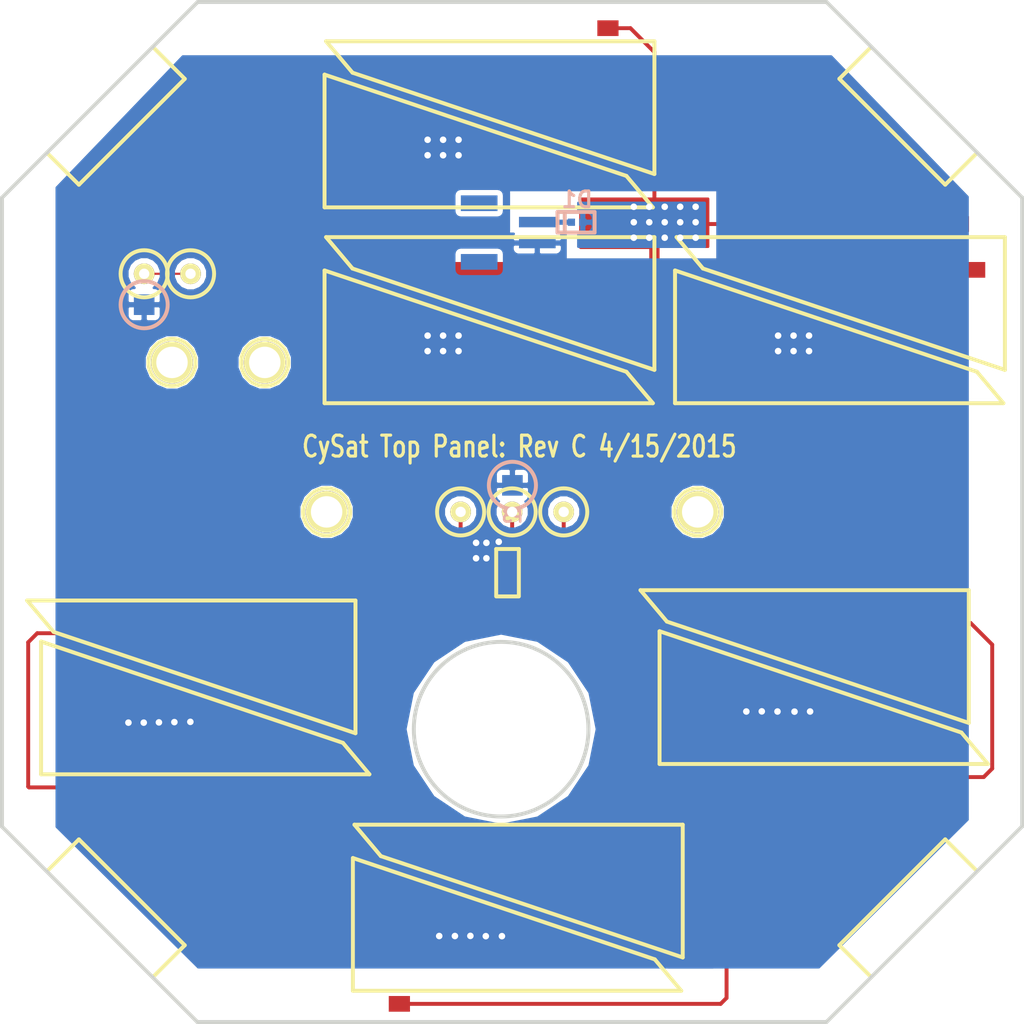
<source format=kicad_pcb>
(kicad_pcb (version 4) (host pcbnew "(after 2015-mar-04 BZR unknown)-product")

  (general
    (links 26)
    (no_connects 0)
    (area 69.631559 67.881499 170.757829 173.418501)
    (thickness 1.6002)
    (drawings 75)
    (tracks 185)
    (zones 0)
    (modules 26)
    (nets 14)
  )

  (page A4)
  (title_block
    (date "4 apr 2015")
  )

  (layers
    (0 Front signal)
    (31 Back signal)
    (32 B.Adhes user)
    (33 F.Adhes user)
    (34 B.Paste user)
    (35 F.Paste user)
    (36 B.SilkS user)
    (37 F.SilkS user)
    (38 B.Mask user)
    (39 F.Mask user)
    (40 Dwgs.User user hide)
    (41 Cmts.User user)
    (42 Eco1.User user)
    (43 Eco2.User user)
    (44 Edge.Cuts user)
  )

  (setup
    (last_trace_width 0.2032)
    (trace_clearance 0.254)
    (zone_clearance 0.508)
    (zone_45_only no)
    (trace_min 0.2032)
    (segment_width 0.381)
    (edge_width 0.381)
    (via_size 0.889)
    (via_drill 0.635)
    (via_min_size 0.889)
    (via_min_drill 0.508)
    (uvia_size 0.508)
    (uvia_drill 0.127)
    (uvias_allowed no)
    (uvia_min_size 0.508)
    (uvia_min_drill 0.127)
    (pcb_text_width 0.3048)
    (pcb_text_size 1.524 2.032)
    (mod_edge_width 0.381)
    (mod_text_size 1.524 1.524)
    (mod_text_width 0.3048)
    (pad_size 4.064 4.064)
    (pad_drill 3.048)
    (pad_to_mask_clearance 0.254)
    (aux_axis_origin 0 0)
    (visible_elements 7FFFFF3F)
    (pcbplotparams
      (layerselection 0x010f0_80000001)
      (usegerberextensions true)
      (excludeedgelayer false)
      (linewidth 0.150000)
      (plotframeref false)
      (viasonmask false)
      (mode 1)
      (useauxorigin false)
      (hpglpennumber 1)
      (hpglpenspeed 20)
      (hpglpendiameter 15)
      (hpglpenoverlay 0)
      (psnegative false)
      (psa4output false)
      (plotreference true)
      (plotvalue true)
      (plotinvisibletext false)
      (padsonsilk false)
      (subtractmaskfromsilk false)
      (outputformat 1)
      (mirror false)
      (drillshape 0)
      (scaleselection 1)
      (outputdirectory Gerbers/))
  )

  (net 0 "")
  (net 1 /Plus)
  (net 2 GND)
  (net 3 N-000001)
  (net 4 N-0000010)
  (net 5 N-0000011)
  (net 6 N-0000013)
  (net 7 N-000002)
  (net 8 N-000003)
  (net 9 N-000004)
  (net 10 N-000005)
  (net 11 N-000007)
  (net 12 N-000008)
  (net 13 N-000009)

  (net_class Default "This is the default net class."
    (clearance 0.254)
    (trace_width 0.2032)
    (via_dia 0.889)
    (via_drill 0.635)
    (uvia_dia 0.508)
    (uvia_drill 0.127)
    (add_net GND)
    (add_net N-0000010)
    (add_net N-0000011)
    (add_net N-0000013)
  )

  (net_class MainPower ""
    (clearance 0.254)
    (trace_width 0.5)
    (via_dia 0.889)
    (via_drill 0.635)
    (uvia_dia 0.508)
    (uvia_drill 0.127)
    (add_net N-000007)
  )

  (net_class RF ""
    (clearance 0.254)
    (trace_width 0.381)
    (via_dia 0.889)
    (via_drill 0.635)
    (uvia_dia 0.508)
    (uvia_drill 0.127)
    (add_net N-000003)
    (add_net N-000004)
    (add_net N-000005)
  )

  (net_class inter-cell ""
    (clearance 0.254)
    (trace_width 0.381)
    (via_dia 0.889)
    (via_drill 0.635)
    (uvia_dia 0.508)
    (uvia_drill 0.127)
    (add_net /Plus)
    (add_net N-000001)
    (add_net N-000002)
    (add_net N-000008)
    (add_net N-000009)
  )

  (module CONN_JST_2_SMD (layer Back) (tedit 507B7C54) (tstamp 507B7333)
    (at 116.5 91 270)
    (path /4F7622C7)
    (fp_text reference P1 (at 0 -12.7 270) (layer B.SilkS) hide
      (effects (font (thickness 0.3048)) (justify mirror))
    )
    (fp_text value CONN_2 (at 0 -10.16 270) (layer B.SilkS) hide
      (effects (font (thickness 0.3048)) (justify mirror))
    )
    (pad 2 smd rect (at -1.016 -5.6388 270) (size 1.016 3.556) (layers Back B.Paste B.Mask)
      (net 11 N-000007))
    (pad 1 smd rect (at 1.016 -5.6388 270) (size 1.016 3.556) (layers Back B.Paste B.Mask)
      (net 2 GND))
    (pad 3 smd rect (at 2.8448 0 270) (size 1.524 3.556) (layers Back B.Paste B.Mask))
    (pad 4 smd rect (at -2.8448 0 270) (size 1.524 3.556) (layers Back B.Paste B.Mask))
    (model conn-mis\jst-2-smd.wrl
      (at (xyz 0 0 0))
      (scale (xyz 1 1 1))
      (rotate (xyz 0 0 0))
    )
  )

  (module 1pin (layer Front) (tedit 507B8103) (tstamp 507B80EA)
    (at 86.70036 103.59898)
    (descr "module 1 pin (ou trou mecanique de percage)")
    (tags DEV)
    (path 1pin)
    (fp_text reference 1PIN (at 0 -3.048) (layer F.SilkS) hide
      (effects (font (size 1.016 1.016) (thickness 0.254)))
    )
    (fp_text value P*** (at 0 2.794) (layer F.SilkS) hide
      (effects (font (size 1.016 1.016) (thickness 0.254)))
    )
    (fp_circle (center 0 0) (end 0 -2.286) (layer F.SilkS) (width 0.381))
    (pad 1 thru_hole circle (at 0 0) (size 4.064 4.064) (drill 3.048) (layers *.Cu *.Mask F.SilkS))
  )

  (module 1pin (layer Front) (tedit 507B8108) (tstamp 507B80EF)
    (at 95.69958 103.59898)
    (descr "module 1 pin (ou trou mecanique de percage)")
    (tags DEV)
    (path 1pin)
    (fp_text reference 1PIN (at 0 -3.048) (layer F.SilkS) hide
      (effects (font (size 1.016 1.016) (thickness 0.254)))
    )
    (fp_text value P*** (at 0 2.794) (layer F.SilkS) hide
      (effects (font (size 1.016 1.016) (thickness 0.254)))
    )
    (fp_circle (center 0 0) (end 0 -2.286) (layer F.SilkS) (width 0.381))
    (pad 1 thru_hole circle (at 0 0) (size 4.064 4.064) (drill 3.048) (layers *.Cu *.Mask F.SilkS))
    (model 3D/MonopoleMount.wrl
      (at (xyz 0 0 0))
      (scale (xyz 0.3937 0.3937 0.3937))
      (rotate (xyz 0 0 180))
    )
  )

  (module 1pin (layer Front) (tedit 5082DD55) (tstamp 51D20173)
    (at 101.7 118.1)
    (descr "module 1 pin (ou trou mecanique de percage)")
    (tags DEV)
    (path 1pin)
    (fp_text reference 1PIN (at 0 -3.048) (layer F.SilkS) hide
      (effects (font (size 1.016 1.016) (thickness 0.254)))
    )
    (fp_text value P*** (at 0 2.794) (layer F.SilkS) hide
      (effects (font (size 1.016 1.016) (thickness 0.254)))
    )
    (fp_circle (center 0 0) (end 0 -2.286) (layer F.SilkS) (width 0.381))
    (pad 1 thru_hole circle (at 0 0) (size 4.064 4.064) (drill 3.048) (layers *.Cu *.Mask F.SilkS))
    (model 3D/DipoleMount.wrl
      (at (xyz 0 0 0))
      (scale (xyz 0.3937 0.3937 0.3937))
      (rotate (xyz 0 0 180))
    )
  )

  (module 1pin (layer Front) (tedit 5082E2A5) (tstamp 5082DCC1)
    (at 137.7 118.1)
    (descr "module 1 pin (ou trou mecanique de percage)")
    (tags DEV)
    (path 1pin)
    (fp_text reference 1PIN (at 0 -3.048) (layer F.SilkS) hide
      (effects (font (size 1.016 1.016) (thickness 0.254)))
    )
    (fp_text value P*** (at 0 2.794) (layer F.SilkS) hide
      (effects (font (size 1.016 1.016) (thickness 0.254)))
    )
    (fp_circle (center 0 0) (end 0 -2.286) (layer F.SilkS) (width 0.381))
    (pad 1 thru_hole circle (at 0 0) (size 4.064 4.064) (drill 3.048) (layers *.Cu *.Mask F.SilkS))
    (model 3D/DipoleMount.wrl
      (at (xyz 0 0 0))
      (scale (xyz 0.3937 0.3937 0.3937))
      (rotate (xyz 0 0 0))
    )
  )

  (module DFN1006 (layer Back) (tedit 5085761B) (tstamp 5085A08D)
    (at 126 90 180)
    (path /5085A062)
    (fp_text reference D1 (at 0 2.19964 180) (layer B.SilkS)
      (effects (font (thickness 0.3048)) (justify mirror))
    )
    (fp_text value DIODE (at 0 -2.4003 180) (layer B.SilkS) hide
      (effects (font (thickness 0.3048)) (justify mirror))
    )
    (fp_line (start -1.19888 1.00076) (end -1.69926 1.00076) (layer B.SilkS) (width 0.381))
    (fp_line (start -1.69926 1.00076) (end -1.69926 -1.00076) (layer B.SilkS) (width 0.381))
    (fp_line (start -1.69926 -1.00076) (end -1.30048 -1.00076) (layer B.SilkS) (width 0.381))
    (fp_line (start 1.19888 1.00076) (end 1.89992 1.00076) (layer B.SilkS) (width 0.381))
    (fp_line (start 1.89992 1.00076) (end 1.89992 -0.89916) (layer B.SilkS) (width 0.381))
    (fp_line (start 1.89992 -0.89916) (end 1.89992 -1.00076) (layer B.SilkS) (width 0.381))
    (fp_line (start 1.89992 -1.00076) (end 1.09982 -1.00076) (layer B.SilkS) (width 0.381))
    (fp_line (start -1.19888 1.00076) (end 1.19888 1.00076) (layer B.SilkS) (width 0.381))
    (fp_line (start 1.19888 1.00076) (end 1.19888 -0.89916) (layer B.SilkS) (width 0.381))
    (fp_line (start 1.19888 -0.89916) (end 1.19888 -1.00076) (layer B.SilkS) (width 0.381))
    (fp_line (start 1.19888 -1.00076) (end -1.19888 -1.00076) (layer B.SilkS) (width 0.381))
    (pad 1 smd rect (at -0.55118 0 180) (size 0.70104 0.70104) (layers Back B.Paste B.Mask)
      (net 1 /Plus))
    (pad 2 smd rect (at 0.55118 0 180) (size 0.70104 0.70104) (layers Back B.Paste B.Mask)
      (net 11 N-000007))
  )

  (module 1pin (layer Front) (tedit 508CBC47) (tstamp 508C2255)
    (at 119.70004 118.09984)
    (descr "module 1 pin (ou trou mecanique de percage)")
    (tags DEV)
    (path /508C2011)
    (fp_text reference P2 (at 0 -3.048) (layer F.SilkS) hide
      (effects (font (size 1.016 1.016) (thickness 0.254)))
    )
    (fp_text value CONN_1 (at 0 2.794) (layer F.SilkS) hide
      (effects (font (size 1.016 1.016) (thickness 0.254)))
    )
    (fp_circle (center 0 0) (end 0 -2.286) (layer F.SilkS) (width 0.381))
    (pad 1 thru_hole circle (at 0 0) (size 1.99898 1.99898) (drill 1.00076) (layers *.Cu *.Mask F.SilkS)
      (net 10 N-000005))
  )

  (module 1pin (layer Front) (tedit 508CBC4B) (tstamp 508C2259)
    (at 124.7013 118.09984)
    (descr "module 1 pin (ou trou mecanique de percage)")
    (tags DEV)
    (path /508C201B)
    (fp_text reference P4 (at 0 -3.048) (layer F.SilkS) hide
      (effects (font (size 1.016 1.016) (thickness 0.254)))
    )
    (fp_text value CONN_1 (at 0 2.794) (layer F.SilkS) hide
      (effects (font (size 1.016 1.016) (thickness 0.254)))
    )
    (fp_circle (center 0 0) (end 0 -2.286) (layer F.SilkS) (width 0.381))
    (pad 1 thru_hole circle (at 0 0) (size 1.99898 1.99898) (drill 1.00076) (layers *.Cu *.Mask F.SilkS)
      (net 8 N-000003))
  )

  (module 1pin (layer Front) (tedit 508CBC41) (tstamp 508C225B)
    (at 114.70132 118.09984)
    (descr "module 1 pin (ou trou mecanique de percage)")
    (tags DEV)
    (path /508C201D)
    (fp_text reference P5 (at 0 -3.048) (layer F.SilkS) hide
      (effects (font (size 1.016 1.016) (thickness 0.254)))
    )
    (fp_text value CONN_1 (at 0 2.794) (layer F.SilkS) hide
      (effects (font (size 1.016 1.016) (thickness 0.254)))
    )
    (fp_circle (center 0 0) (end 0 -2.286) (layer F.SilkS) (width 0.381))
    (pad 1 thru_hole circle (at 0 0) (size 1.99898 1.99898) (drill 1.00076) (layers *.Cu *.Mask F.SilkS)
      (net 9 N-000004))
  )

  (module 1pin (layer Front) (tedit 508CBD90) (tstamp 508CBD60)
    (at 84 95)
    (descr "module 1 pin (ou trou mecanique de percage)")
    (tags DEV)
    (path /508CBD41)
    (fp_text reference P6 (at 0 -3.048) (layer F.SilkS) hide
      (effects (font (size 1.016 1.016) (thickness 0.254)))
    )
    (fp_text value CONN_1 (at 0 2.794) (layer F.SilkS) hide
      (effects (font (size 1.016 1.016) (thickness 0.254)))
    )
    (fp_circle (center 0 0) (end 0 -2.286) (layer F.SilkS) (width 0.381))
    (pad 1 thru_hole circle (at 0 0) (size 1.99898 1.99898) (drill 1.00076) (layers *.Cu *.Mask F.SilkS)
      (net 6 N-0000013))
  )

  (module 1pin (layer Front) (tedit 508CC188) (tstamp 508CBD62)
    (at 88.5 95)
    (descr "module 1 pin (ou trou mecanique de percage)")
    (tags DEV)
    (path /508CBD3D)
    (fp_text reference P7 (at 0 -3.048) (layer F.SilkS) hide
      (effects (font (size 1.016 1.016) (thickness 0.254)))
    )
    (fp_text value CONN_1 (at 0 2.794) (layer F.SilkS) hide
      (effects (font (size 1.016 1.016) (thickness 0.254)))
    )
    (fp_circle (center 0 0) (end 0 -2.286) (layer F.SilkS) (width 0.381))
    (pad 1 thru_hole circle (at 0 0) (size 1.99898 1.99898) (drill 1.00076) (layers *.Cu *.Mask F.SilkS)
      (net 6 N-0000013))
  )

  (module 1pin (layer Back) (tedit 50D111F6) (tstamp 508CBE12)
    (at 84 98)
    (descr "module 1 pin (ou trou mecanique de percage)")
    (tags DEV)
    (path /508CBDE5)
    (fp_text reference P8 (at 0 3.048) (layer B.SilkS) hide
      (effects (font (size 1.016 1.016) (thickness 0.254)) (justify mirror))
    )
    (fp_text value CONN_1 (at 0 -2.794) (layer B.SilkS) hide
      (effects (font (size 1.016 1.016) (thickness 0.254)) (justify mirror))
    )
    (fp_circle (center 0 0) (end 0 2.286) (layer B.SilkS) (width 0.381))
    (pad 1 smd rect (at 0 0) (size 1.99898 1.99898) (layers Back B.Paste B.Mask)
      (net 2 GND))
  )

  (module ATB2012 (layer Front) (tedit 508CC1E5) (tstamp 508C2254)
    (at 119.25046 124.00026 270)
    (path /508C21AE)
    (fp_text reference BAL1 (at 0 2.60096 270) (layer F.SilkS) hide
      (effects (font (thickness 0.3048)))
    )
    (fp_text value ATB2012 (at 0 -2.10058 270) (layer F.SilkS) hide
      (effects (font (thickness 0.3048)))
    )
    (fp_line (start -2.30124 -1.09982) (end 2.19964 -1.09982) (layer F.SilkS) (width 0.381))
    (fp_line (start 2.2987 -1.09982) (end 2.2987 1.09982) (layer F.SilkS) (width 0.381))
    (fp_line (start 2.19964 1.09982) (end -2.30124 1.09982) (layer F.SilkS) (width 0.381))
    (fp_line (start -2.30124 1.09982) (end -2.30124 -1.09982) (layer F.SilkS) (width 0.381))
    (pad 1 smd rect (at -1.34874 -0.42418 270) (size 0.7493 0.35052) (layers Front F.Paste F.Mask)
      (net 10 N-000005))
    (pad 2 smd rect (at -1.34874 0.42418 270) (size 0.7493 0.35052) (layers Front F.Paste F.Mask)
      (net 2 GND))
    (pad 3 smd rect (at 1.34874 0.42418 270) (size 0.7493 0.35052) (layers Front F.Paste F.Mask)
      (net 9 N-000004))
    (pad 4 smd rect (at 1.34874 -0.42418 270) (size 0.7493 0.35052) (layers Front F.Paste F.Mask)
      (net 8 N-000003))
  )

  (module 1pin (layer Back) (tedit 50D11290) (tstamp 50D1108F)
    (at 119.72544 115.52428)
    (descr "module 1 pin (ou trou mecanique de percage)")
    (tags DEV)
    (path /508C2014)
    (fp_text reference P3 (at 0 3.048) (layer B.SilkS)
      (effects (font (size 1.016 1.016) (thickness 0.254)) (justify mirror))
    )
    (fp_text value CONN_1 (at 0 -2.794) (layer B.SilkS) hide
      (effects (font (size 1.016 1.016) (thickness 0.254)) (justify mirror))
    )
    (fp_circle (center 0 0) (end 0 2.286) (layer B.SilkS) (width 0.381))
    (pad 1 smd rect (at 0 0) (size 1.99898 1.99898) (layers Back B.Paste B.Mask)
      (net 2 GND))
  )

  (module SPECTROLAB_TASC2 (layer Front) (tedit 51D350D6) (tstamp 507CBB8D)
    (at 104.5 126.75 90)
    (path /507B71E3)
    (solder_paste_ratio -0.5)
    (fp_text reference S12 (at -6.1 1.4 90) (layer F.SilkS) hide
      (effects (font (thickness 0.3048)))
    )
    (fp_text value SOLARCELL (at 1.6 -16 180) (layer F.SilkS) hide
      (effects (font (thickness 0.3048)))
    )
    (fp_line (start -12.82212 0) (end -2.99232 -29.2862) (layer F.SilkS) (width 0.381))
    (fp_line (start -2.99232 -29.2862) (end 0.05568 -31.8516) (layer F.SilkS) (width 0.381))
    (fp_line (start -12.82212 0) (end 0.05568 0) (layer F.SilkS) (width 0.381))
    (fp_line (start 0.05568 0) (end 0.05568 -31.8516) (layer F.SilkS) (width 0.381))
    (pad 1 smd rect (at 1.32568 -4.5085 270) (size 1.524 2.0574) (layers Front F.Paste F.Mask)
      (net 1 /Plus))
    (pad 2 smd rect (at -3.11932 -11.43 270) (size 1.524 19.05) (layers Front F.Paste F.Mask)
      (net 7 N-000002))
    (model 3D/Spectrolab_TASC2.wrl
      (at (xyz 0 0 0))
      (scale (xyz 0.3937 0.3937 0.3937))
      (rotate (xyz 0 0 0))
    )
  )

  (module SPECTROLAB_TASC2 (layer Front) (tedit 51D350D6) (tstamp 507CBB8B)
    (at 74 143.5 270)
    (path /507B71BB)
    (solder_paste_ratio -0.5)
    (fp_text reference S11 (at -6.1 1.4 270) (layer F.SilkS) hide
      (effects (font (thickness 0.3048)))
    )
    (fp_text value SOLARCELL (at 1.6 -16 360) (layer F.SilkS) hide
      (effects (font (thickness 0.3048)))
    )
    (fp_line (start -12.82212 0) (end -2.99232 -29.2862) (layer F.SilkS) (width 0.381))
    (fp_line (start -2.99232 -29.2862) (end 0.05568 -31.8516) (layer F.SilkS) (width 0.381))
    (fp_line (start -12.82212 0) (end 0.05568 0) (layer F.SilkS) (width 0.381))
    (fp_line (start 0.05568 0) (end 0.05568 -31.8516) (layer F.SilkS) (width 0.381))
    (pad 1 smd rect (at 1.32568 -4.5085 90) (size 1.524 2.0574) (layers Front F.Paste F.Mask)
      (net 7 N-000002))
    (pad 2 smd rect (at -3.11932 -11.43 90) (size 1.524 19.05) (layers Front F.Paste F.Mask)
      (net 2 GND))
    (model 3D/Spectrolab_TASC2.wrl
      (at (xyz 0 0 0))
      (scale (xyz 0.3937 0.3937 0.3937))
      (rotate (xyz 0 0 0))
    )
  )

  (module SPECTROLAB_TASC2 (layer Front) (tedit 51D350D6) (tstamp 507CBB89)
    (at 136.25 148.5 90)
    (path /50706E4F)
    (solder_paste_ratio -0.5)
    (fp_text reference S10 (at -6.1 1.4 90) (layer F.SilkS) hide
      (effects (font (thickness 0.3048)))
    )
    (fp_text value SOLARCELL (at 1.6 -16 180) (layer F.SilkS) hide
      (effects (font (thickness 0.3048)))
    )
    (fp_line (start -12.82212 0) (end -2.99232 -29.2862) (layer F.SilkS) (width 0.381))
    (fp_line (start -2.99232 -29.2862) (end 0.05568 -31.8516) (layer F.SilkS) (width 0.381))
    (fp_line (start -12.82212 0) (end 0.05568 0) (layer F.SilkS) (width 0.381))
    (fp_line (start 0.05568 0) (end 0.05568 -31.8516) (layer F.SilkS) (width 0.381))
    (pad 1 smd rect (at 1.32568 -4.5085 270) (size 1.524 2.0574) (layers Front F.Paste F.Mask)
      (net 1 /Plus))
    (pad 2 smd rect (at -3.11932 -11.43 270) (size 1.524 19.05) (layers Front F.Paste F.Mask)
      (net 12 N-000008))
    (model 3D/Spectrolab_TASC2.wrl
      (at (xyz 0 0 0))
      (scale (xyz 0.3937 0.3937 0.3937))
      (rotate (xyz 0 0 0))
    )
  )

  (module SPECTROLAB_TASC2 (layer Front) (tedit 51D350D6) (tstamp 52B6DF56)
    (at 104.25 164.5 270)
    (path /50706E46)
    (solder_paste_ratio -0.5)
    (fp_text reference S9 (at -6.1 1.4 270) (layer F.SilkS) hide
      (effects (font (thickness 0.3048)))
    )
    (fp_text value SOLARCELL (at 1.6 -16 360) (layer F.SilkS) hide
      (effects (font (thickness 0.3048)))
    )
    (fp_line (start -12.82212 0) (end -2.99232 -29.2862) (layer F.SilkS) (width 0.381))
    (fp_line (start -2.99232 -29.2862) (end 0.05568 -31.8516) (layer F.SilkS) (width 0.381))
    (fp_line (start -12.82212 0) (end 0.05568 0) (layer F.SilkS) (width 0.381))
    (fp_line (start 0.05568 0) (end 0.05568 -31.8516) (layer F.SilkS) (width 0.381))
    (pad 1 smd rect (at 1.32568 -4.5085 90) (size 1.524 2.0574) (layers Front F.Paste F.Mask)
      (net 12 N-000008))
    (pad 2 smd rect (at -3.11932 -11.43 90) (size 1.524 19.05) (layers Front F.Paste F.Mask)
      (net 2 GND))
    (model 3D/Spectrolab_TASC2.wrl
      (at (xyz 0 0 0))
      (scale (xyz 0.3937 0.3937 0.3937))
      (rotate (xyz 0 0 0))
    )
  )

  (module SPECTROLAB_TASC2 (layer Front) (tedit 51D350D6) (tstamp 507CBB85)
    (at 164 125.75 90)
    (path /507B7135)
    (solder_paste_ratio -0.5)
    (fp_text reference S8 (at -6.1 1.4 90) (layer F.SilkS) hide
      (effects (font (thickness 0.3048)))
    )
    (fp_text value SOLARCELL (at 1.6 -16 180) (layer F.SilkS) hide
      (effects (font (thickness 0.3048)))
    )
    (fp_line (start -12.82212 0) (end -2.99232 -29.2862) (layer F.SilkS) (width 0.381))
    (fp_line (start -2.99232 -29.2862) (end 0.05568 -31.8516) (layer F.SilkS) (width 0.381))
    (fp_line (start -12.82212 0) (end 0.05568 0) (layer F.SilkS) (width 0.381))
    (fp_line (start 0.05568 0) (end 0.05568 -31.8516) (layer F.SilkS) (width 0.381))
    (pad 1 smd rect (at 1.32568 -4.5085 270) (size 1.524 2.0574) (layers Front F.Paste F.Mask)
      (net 1 /Plus))
    (pad 2 smd rect (at -3.11932 -11.43 270) (size 1.524 19.05) (layers Front F.Paste F.Mask)
      (net 13 N-000009))
    (model 3D/Spectrolab_TASC2.wrl
      (at (xyz 0 0 0))
      (scale (xyz 0.3937 0.3937 0.3937))
      (rotate (xyz 0 0 0))
    )
  )

  (module SPECTROLAB_TASC2 (layer Front) (tedit 51D350D6) (tstamp 507CBB83)
    (at 134 142.5 270)
    (path /507B712C)
    (solder_paste_ratio -0.5)
    (fp_text reference S7 (at -6.1 1.4 270) (layer F.SilkS) hide
      (effects (font (thickness 0.3048)))
    )
    (fp_text value SOLARCELL (at 1.6 -16 360) (layer F.SilkS) hide
      (effects (font (thickness 0.3048)))
    )
    (fp_line (start -12.82212 0) (end -2.99232 -29.2862) (layer F.SilkS) (width 0.381))
    (fp_line (start -2.99232 -29.2862) (end 0.05568 -31.8516) (layer F.SilkS) (width 0.381))
    (fp_line (start -12.82212 0) (end 0.05568 0) (layer F.SilkS) (width 0.381))
    (fp_line (start 0.05568 0) (end 0.05568 -31.8516) (layer F.SilkS) (width 0.381))
    (pad 1 smd rect (at 1.32568 -4.5085 90) (size 1.524 2.0574) (layers Front F.Paste F.Mask)
      (net 13 N-000009))
    (pad 2 smd rect (at -3.11932 -11.43 90) (size 1.524 19.05) (layers Front F.Paste F.Mask)
      (net 2 GND))
    (model 3D/Spectrolab_TASC2.wrl
      (at (xyz 0 0 0))
      (scale (xyz 0.3937 0.3937 0.3937))
      (rotate (xyz 0 0 0))
    )
  )

  (module SPECTROLAB_TASC2 (layer Front) (tedit 51D350D6) (tstamp 507CBB81)
    (at 167.5 91.5 90)
    (path /507B7142)
    (solder_paste_ratio -0.5)
    (fp_text reference S6 (at -6.1 1.4 90) (layer F.SilkS) hide
      (effects (font (thickness 0.3048)))
    )
    (fp_text value SOLARCELL (at 1.6 -16 180) (layer F.SilkS) hide
      (effects (font (thickness 0.3048)))
    )
    (fp_line (start -12.82212 0) (end -2.99232 -29.2862) (layer F.SilkS) (width 0.381))
    (fp_line (start -2.99232 -29.2862) (end 0.05568 -31.8516) (layer F.SilkS) (width 0.381))
    (fp_line (start -12.82212 0) (end 0.05568 0) (layer F.SilkS) (width 0.381))
    (fp_line (start 0.05568 0) (end 0.05568 -31.8516) (layer F.SilkS) (width 0.381))
    (pad 1 smd rect (at 1.32568 -4.5085 270) (size 1.524 2.0574) (layers Front F.Paste F.Mask)
      (net 1 /Plus))
    (pad 2 smd rect (at -3.11932 -11.43 270) (size 1.524 19.05) (layers Front F.Paste F.Mask)
      (net 4 N-0000010))
    (model 3D/Spectrolab_TASC2.wrl
      (at (xyz 0 0 0))
      (scale (xyz 0.3937 0.3937 0.3937))
      (rotate (xyz 0 0 0))
    )
  )

  (module SPECTROLAB_TASC2 (layer Front) (tedit 51D350D6) (tstamp 507CBB7F)
    (at 135.5 107.5 270)
    (path /507B713B)
    (solder_paste_ratio -0.5)
    (fp_text reference S5 (at -6.1 1.4 270) (layer F.SilkS) hide
      (effects (font (thickness 0.3048)))
    )
    (fp_text value SOLARCELL (at 1.6 -16 360) (layer F.SilkS) hide
      (effects (font (thickness 0.3048)))
    )
    (fp_line (start -12.82212 0) (end -2.99232 -29.2862) (layer F.SilkS) (width 0.381))
    (fp_line (start -2.99232 -29.2862) (end 0.05568 -31.8516) (layer F.SilkS) (width 0.381))
    (fp_line (start -12.82212 0) (end 0.05568 0) (layer F.SilkS) (width 0.381))
    (fp_line (start 0.05568 0) (end 0.05568 -31.8516) (layer F.SilkS) (width 0.381))
    (pad 1 smd rect (at 1.32568 -4.5085 90) (size 1.524 2.0574) (layers Front F.Paste F.Mask)
      (net 4 N-0000010))
    (pad 2 smd rect (at -3.11932 -11.43 90) (size 1.524 19.05) (layers Front F.Paste F.Mask)
      (net 2 GND))
    (model 3D/Spectrolab_TASC2.wrl
      (at (xyz 0 0 0))
      (scale (xyz 0.3937 0.3937 0.3937))
      (rotate (xyz 0 0 0))
    )
  )

  (module SPECTROLAB_TASC2 (layer Front) (tedit 51D350D6) (tstamp 507CBB7D)
    (at 133.5 72.5 90)
    (path /507B7159)
    (solder_paste_ratio -0.5)
    (fp_text reference S4 (at -6.1 1.4 90) (layer F.SilkS) hide
      (effects (font (thickness 0.3048)))
    )
    (fp_text value SOLARCELL (at 1.6 -16 180) (layer F.SilkS) hide
      (effects (font (thickness 0.3048)))
    )
    (fp_line (start -12.82212 0) (end -2.99232 -29.2862) (layer F.SilkS) (width 0.381))
    (fp_line (start -2.99232 -29.2862) (end 0.05568 -31.8516) (layer F.SilkS) (width 0.381))
    (fp_line (start -12.82212 0) (end 0.05568 0) (layer F.SilkS) (width 0.381))
    (fp_line (start 0.05568 0) (end 0.05568 -31.8516) (layer F.SilkS) (width 0.381))
    (pad 1 smd rect (at 1.32568 -4.5085 270) (size 1.524 2.0574) (layers Front F.Paste F.Mask)
      (net 1 /Plus))
    (pad 2 smd rect (at -3.11932 -11.43 270) (size 1.524 19.05) (layers Front F.Paste F.Mask)
      (net 5 N-0000011))
    (model 3D/Spectrolab_TASC2.wrl
      (at (xyz 0 0 0))
      (scale (xyz 0.3937 0.3937 0.3937))
      (rotate (xyz 0 0 0))
    )
  )

  (module SPECTROLAB_TASC2 (layer Front) (tedit 51D350D6) (tstamp 507CBB7B)
    (at 101.5 88.5 270)
    (path /507B7147)
    (solder_paste_ratio -0.5)
    (fp_text reference S3 (at -6.1 1.4 270) (layer F.SilkS) hide
      (effects (font (thickness 0.3048)))
    )
    (fp_text value SOLARCELL (at 1.6 -16 360) (layer F.SilkS) hide
      (effects (font (thickness 0.3048)))
    )
    (fp_line (start -12.82212 0) (end -2.99232 -29.2862) (layer F.SilkS) (width 0.381))
    (fp_line (start -2.99232 -29.2862) (end 0.05568 -31.8516) (layer F.SilkS) (width 0.381))
    (fp_line (start -12.82212 0) (end 0.05568 0) (layer F.SilkS) (width 0.381))
    (fp_line (start 0.05568 0) (end 0.05568 -31.8516) (layer F.SilkS) (width 0.381))
    (pad 1 smd rect (at 1.32568 -4.5085 90) (size 1.524 2.0574) (layers Front F.Paste F.Mask)
      (net 5 N-0000011))
    (pad 2 smd rect (at -3.11932 -11.43 90) (size 1.524 19.05) (layers Front F.Paste F.Mask)
      (net 2 GND))
    (model 3D/Spectrolab_TASC2.wrl
      (at (xyz 0 0 0))
      (scale (xyz 0.3937 0.3937 0.3937))
      (rotate (xyz 0 0 0))
    )
  )

  (module SPECTROLAB_TASC2 (layer Front) (tedit 51D350D6) (tstamp 507CBB79)
    (at 133.5 91.5 90)
    (path /507B7163)
    (solder_paste_ratio -0.5)
    (fp_text reference S2 (at -6.1 1.4 90) (layer F.SilkS) hide
      (effects (font (thickness 0.3048)))
    )
    (fp_text value SOLARCELL (at 1.6 -16 180) (layer F.SilkS) hide
      (effects (font (thickness 0.3048)))
    )
    (fp_line (start -12.82212 0) (end -2.99232 -29.2862) (layer F.SilkS) (width 0.381))
    (fp_line (start -2.99232 -29.2862) (end 0.05568 -31.8516) (layer F.SilkS) (width 0.381))
    (fp_line (start -12.82212 0) (end 0.05568 0) (layer F.SilkS) (width 0.381))
    (fp_line (start 0.05568 0) (end 0.05568 -31.8516) (layer F.SilkS) (width 0.381))
    (pad 1 smd rect (at 1.32568 -4.5085 270) (size 1.524 2.0574) (layers Front F.Paste F.Mask)
      (net 1 /Plus))
    (pad 2 smd rect (at -3.11932 -11.43 270) (size 1.524 19.05) (layers Front F.Paste F.Mask)
      (net 3 N-000001))
    (model 3D/Spectrolab_TASC2.wrl
      (at (xyz 0 0 0))
      (scale (xyz 0.3937 0.3937 0.3937))
      (rotate (xyz 0 0 0))
    )
  )

  (module SPECTROLAB_TASC2 (layer Front) (tedit 51D350D6) (tstamp 507CBB77)
    (at 101.5 107.5 270)
    (path /507B715E)
    (solder_paste_ratio -0.5)
    (fp_text reference S1 (at -6.1 1.4 270) (layer F.SilkS) hide
      (effects (font (thickness 0.3048)))
    )
    (fp_text value SOLARCELL (at 1.6 -16 360) (layer F.SilkS) hide
      (effects (font (thickness 0.3048)))
    )
    (fp_line (start -12.82212 0) (end -2.99232 -29.2862) (layer F.SilkS) (width 0.381))
    (fp_line (start -2.99232 -29.2862) (end 0.05568 -31.8516) (layer F.SilkS) (width 0.381))
    (fp_line (start -12.82212 0) (end 0.05568 0) (layer F.SilkS) (width 0.381))
    (fp_line (start 0.05568 0) (end 0.05568 -31.8516) (layer F.SilkS) (width 0.381))
    (pad 1 smd rect (at 1.32568 -4.5085 90) (size 1.524 2.0574) (layers Front F.Paste F.Mask)
      (net 3 N-000001))
    (pad 2 smd rect (at -3.11932 -11.43 90) (size 1.524 19.05) (layers Front F.Paste F.Mask)
      (net 2 GND))
    (model 3D/Spectrolab_TASC2.wrl
      (at (xyz 0 0 0))
      (scale (xyz 0.3937 0.3937 0.3937))
      (rotate (xyz 0 0 0))
    )
  )

  (gr_text "CySat Top Panel: Rev C 4/15/2015" (at 120.396 111.76) (layer F.SilkS)
    (effects (font (size 2.032 1.524) (thickness 0.3048)))
  )
  (gr_line (start 150.1902 167.5892) (end 89.1667 167.5892) (angle 90) (layer Edge.Cuts) (width 0.381))
  (gr_line (start 89.1667 167.5892) (end 70.2056 148.6281) (angle 90) (layer Edge.Cuts) (width 0.381))
  (gr_line (start 150.1902 68.6308) (end 169.1767 87.6173) (angle 90) (layer Edge.Cuts) (width 0.381))
  (gr_line (start 70.2056 87.6173) (end 89.1921 68.6308) (angle 90) (layer Edge.Cuts) (width 0.381))
  (gr_line (start 169.1767 148.6027) (end 150.1902 167.5892) (angle 90) (layer Edge.Cuts) (width 0.381))
  (gr_line (start 169.1767 87.6173) (end 169.1767 148.6027) (angle 90) (layer Edge.Cuts) (width 0.381))
  (gr_line (start 89.1921 68.6308) (end 150.1902 68.6308) (angle 90) (layer Edge.Cuts) (width 0.381))
  (gr_line (start 70.2056 148.6281) (end 70.2056 87.6173) (angle 90) (layer Edge.Cuts) (width 0.381))
  (gr_circle (center 118.6307 139.1793) (end 110.1598 139.0396) (layer Edge.Cuts) (width 0.381))
  (gr_line (start 70.2056 173.228) (end 70.2183 173.228) (angle 90) (layer Dwgs.User) (width 0.381))
  (gr_line (start 169.18178 148.59762) (end 169.18178 148.59) (angle 90) (layer Edge.Cuts) (width 0.381))
  (gr_line (start 169.17162 87.60968) (end 169.17162 87.61984) (angle 90) (layer Edge.Cuts) (width 0.381))
  (gr_circle (center 119.70004 118.09984) (end 120.20042 117.59946) (layer Cmts.User) (width 0.381))
  (gr_line (start 87.93988 76.09078) (end 84.84108 72.99198) (angle 90) (layer F.SilkS) (width 0.381))
  (gr_line (start 77.67066 86.36) (end 87.93988 76.09078) (angle 90) (layer F.SilkS) (width 0.381))
  (gr_line (start 74.56932 83.25866) (end 77.67066 86.36) (angle 90) (layer F.SilkS) (width 0.381))
  (gr_line (start 161.71164 86.35746) (end 164.81044 83.25866) (angle 90) (layer F.SilkS) (width 0.381))
  (gr_line (start 151.44242 76.08824) (end 161.71164 86.35746) (angle 90) (layer F.SilkS) (width 0.381))
  (gr_line (start 154.54122 72.98944) (end 151.44242 76.08824) (angle 90) (layer F.SilkS) (width 0.381))
  (gr_line (start 161.71164 149.86508) (end 164.80536 152.9588) (angle 90) (layer F.SilkS) (width 0.381))
  (gr_line (start 151.43988 160.13684) (end 161.71164 149.86508) (angle 90) (layer F.SilkS) (width 0.381))
  (gr_line (start 154.54122 163.23818) (end 151.43988 160.13684) (angle 90) (layer F.SilkS) (width 0.381))
  (gr_line (start 77.67066 149.87016) (end 74.58202 152.9588) (angle 90) (layer F.SilkS) (width 0.381))
  (gr_line (start 87.93988 160.13938) (end 77.67066 149.87016) (angle 90) (layer F.SilkS) (width 0.381))
  (gr_line (start 84.84108 163.23818) (end 87.93988 160.13938) (angle 90) (layer F.SilkS) (width 0.381))
  (gr_line (start 161.05632 167.92956) (end 78.44536 167.92956) (angle 90) (layer Dwgs.User) (width 0.381))
  (gr_line (start 78.44536 167.92956) (end 78.44536 159.30626) (angle 90) (layer Dwgs.User) (width 0.381))
  (gr_line (start 78.44536 159.30626) (end 69.82206 159.30626) (angle 90) (layer Dwgs.User) (width 0.381))
  (gr_line (start 69.82206 159.30626) (end 69.82206 76.6953) (angle 90) (layer Dwgs.User) (width 0.381))
  (gr_line (start 69.82206 76.6953) (end 78.44536 76.6953) (angle 90) (layer Dwgs.User) (width 0.381))
  (gr_line (start 78.44536 76.6953) (end 78.44536 68.072) (angle 90) (layer Dwgs.User) (width 0.381))
  (gr_line (start 78.44536 68.072) (end 161.05632 68.072) (angle 90) (layer Dwgs.User) (width 0.381))
  (gr_line (start 161.05632 68.072) (end 161.05632 76.6953) (angle 90) (layer Dwgs.User) (width 0.381))
  (gr_line (start 161.05632 76.6953) (end 169.67962 76.6953) (angle 90) (layer Dwgs.User) (width 0.381))
  (gr_line (start 169.67962 76.6953) (end 169.67962 159.30626) (angle 90) (layer Dwgs.User) (width 0.381))
  (gr_line (start 169.67962 159.30626) (end 161.05632 159.30626) (angle 90) (layer Dwgs.User) (width 0.381))
  (gr_line (start 161.05632 159.30626) (end 161.05632 167.92956) (angle 90) (layer Dwgs.User) (width 0.381))
  (gr_circle (center 155.5242 82.22742) (end 158.69412 82.22742) (layer Dwgs.User) (width 0.381))
  (gr_circle (center 155.5242 153.77414) (end 158.69412 153.77414) (layer Dwgs.User) (width 0.381))
  (gr_circle (center 83.97748 153.77414) (end 87.1474 153.77414) (layer Dwgs.User) (width 0.381))
  (gr_circle (center 83.97748 82.22742) (end 87.1474 82.22742) (layer Dwgs.User) (width 0.381))
  (gr_arc (start 100.59162 124.76734) (end 104.66832 128.84658) (angle -64.4) (layer Dwgs.User) (width 0.381))
  (gr_arc (start 119.75084 118.00078) (end 106.02976 113.15446) (angle -38.9) (layer Dwgs.User) (width 0.381))
  (gr_arc (start 100.59162 111.23422) (end 106.02976 113.15446) (angle -64.4) (layer Dwgs.User) (width 0.381))
  (gr_line (start 90.6526 93.13926) (end 104.66832 107.15498) (angle 90) (layer Dwgs.User) (width 0.381))
  (gr_arc (start 86.57336 97.21596) (end 90.65006 93.13926) (angle -135) (layer Dwgs.User) (width 0.381))
  (gr_line (start 80.80756 138.7856) (end 80.80756 97.21596) (angle 90) (layer Dwgs.User) (width 0.381))
  (gr_arc (start 86.57336 138.7856) (end 80.80756 138.7856) (angle -135) (layer Dwgs.User) (width 0.381))
  (gr_line (start 104.66832 128.84658) (end 90.6526 142.8623) (angle 90) (layer Dwgs.User) (width 0.381))
  (gr_arc (start 152.92832 138.7856) (end 148.85162 142.8623) (angle -135) (layer Dwgs.User) (width 0.381))
  (gr_line (start 158.69412 97.21596) (end 158.69412 138.7856) (angle 90) (layer Dwgs.User) (width 0.381))
  (gr_arc (start 152.92832 97.21596) (end 158.69412 97.21596) (angle -135) (layer Dwgs.User) (width 0.381))
  (gr_line (start 134.83336 107.15498) (end 148.84908 93.13926) (angle 90) (layer Dwgs.User) (width 0.381))
  (gr_arc (start 138.91006 111.23422) (end 134.83336 107.15752) (angle -64.4) (layer Dwgs.User) (width 0.381))
  (gr_arc (start 119.75084 118.00078) (end 133.47192 122.8471) (angle -38.9) (layer Dwgs.User) (width 0.381))
  (gr_arc (start 138.91006 124.76734) (end 133.47446 122.8471) (angle -64.4) (layer Dwgs.User) (width 0.381))
  (gr_line (start 148.84908 142.8623) (end 134.83336 128.84658) (angle 90) (layer Dwgs.User) (width 0.381))
  (gr_arc (start 112.98428 98.84156) (end 108.90758 102.91826) (angle -64.4) (layer Dwgs.User) (width 0.381))
  (gr_arc (start 119.75084 118.00078) (end 124.59716 104.2797) (angle -38.9) (layer Dwgs.User) (width 0.381))
  (gr_arc (start 126.5174 98.84156) (end 124.59716 104.27716) (angle -64.4) (layer Dwgs.User) (width 0.381))
  (gr_line (start 144.61236 88.90254) (end 130.59664 102.91826) (angle 90) (layer Dwgs.User) (width 0.381))
  (gr_arc (start 140.53566 84.8233) (end 144.61236 88.90254) (angle -135) (layer Dwgs.User) (width 0.381))
  (gr_line (start 98.96602 79.0575) (end 140.53566 79.0575) (angle 90) (layer Dwgs.User) (width 0.381))
  (gr_arc (start 98.96602 84.8233) (end 98.96602 79.0575) (angle -135) (layer Dwgs.User) (width 0.381))
  (gr_line (start 108.90504 102.91826) (end 94.88932 88.90254) (angle 90) (layer Dwgs.User) (width 0.381))
  (gr_arc (start 126.5174 137.16) (end 130.5941 133.0833) (angle -64.4) (layer Dwgs.User) (width 0.381))
  (gr_arc (start 119.75084 118.00078) (end 114.90452 131.72186) (angle -38.9) (layer Dwgs.User) (width 0.381))
  (gr_arc (start 112.98428 137.16) (end 114.90452 131.7244) (angle -64.4) (layer Dwgs.User) (width 0.381))
  (gr_line (start 94.88932 147.09902) (end 108.90504 133.0833) (angle 90) (layer Dwgs.User) (width 0.381))
  (gr_arc (start 98.96602 151.17826) (end 94.88932 147.10156) (angle -135) (layer Dwgs.User) (width 0.381))
  (gr_line (start 140.53566 156.94406) (end 98.96602 156.94406) (angle 90) (layer Dwgs.User) (width 0.381))
  (gr_arc (start 140.53566 151.17826) (end 140.53566 156.94406) (angle -135) (layer Dwgs.User) (width 0.381))
  (gr_line (start 130.59664 133.0833) (end 144.61236 147.09902) (angle 90) (layer Dwgs.User) (width 0.381))
  (gr_circle (center 119.75084 118.00078) (end 127.31242 118.00078) (layer Dwgs.User) (width 0.381))

  (segment (start 129.42432 90.17432) (end 128.9915 90.17432) (width 0.381) (layer Front) (net 1) (tstamp 55203097))
  (segment (start 162.9915 90.17432) (end 137.5 90.17432) (width 0.381) (layer Front) (net 1))
  (segment (start 137.5 90.17432) (end 137.5 90.5) (width 0.381) (layer Front) (net 1) (tstamp 52B6E488))
  (segment (start 133.5 88.5) (end 131.5 88.5) (width 0.381) (layer Front) (net 1))
  (segment (start 131.17432 71.17432) (end 133.5 73.5) (width 0.381) (layer Front) (net 1) (tstamp 52B6DFDA))
  (segment (start 133.5 73.5) (end 133.5 88.5) (width 0.381) (layer Front) (net 1) (tstamp 52B6DFDC))
  (segment (start 128.9915 71.17432) (end 131.17432 71.17432) (width 0.381) (layer Front) (net 1))
  (via (at 137.5 91.5) (size 0.889) (layers Front Back) (net 1))
  (segment (start 137.5 90) (end 137.5 90.5) (width 0.381) (layer Front) (net 1) (tstamp 52B6E00A))
  (segment (start 137.5 90.5) (end 137.5 91) (width 0.381) (layer Front) (net 1) (tstamp 52B6E48B))
  (segment (start 137.5 91) (end 137.5 91.5) (width 0.381) (layer Front) (net 1) (tstamp 52B6E012))
  (via (at 137.5 90) (size 0.889) (layers Front Back) (net 1))
  (segment (start 137.5 88.5) (end 137.5 90) (width 0.381) (layer Back) (net 1) (tstamp 52B6E007))
  (via (at 137.5 88.5) (size 0.889) (layers Front Back) (net 1))
  (segment (start 136 88.5) (end 137.5 88.5) (width 0.381) (layer Front) (net 1) (tstamp 52B6E004))
  (via (at 136 88.5) (size 0.889) (layers Front Back) (net 1))
  (segment (start 136 90) (end 136 88.5) (width 0.381) (layer Back) (net 1) (tstamp 52B6E001))
  (via (at 136 90) (size 0.889) (layers Front Back) (net 1))
  (segment (start 136 91.5) (end 136 90) (width 0.381) (layer Front) (net 1) (tstamp 52B6DFFE))
  (via (at 136 91.5) (size 0.889) (layers Front Back) (net 1))
  (segment (start 134.5 91.5) (end 136 91.5) (width 0.381) (layer Back) (net 1) (tstamp 52B6DFFB))
  (via (at 134.5 91.5) (size 0.889) (layers Front Back) (net 1))
  (segment (start 134.5 90) (end 134.5 91.5) (width 0.381) (layer Front) (net 1) (tstamp 52B6DFF8))
  (via (at 134.5 90) (size 0.889) (layers Front Back) (net 1))
  (segment (start 134.5 88.5) (end 134.5 90) (width 0.381) (layer Back) (net 1) (tstamp 52B6DFF5))
  (via (at 134.5 88.5) (size 0.889) (layers Front Back) (net 1))
  (segment (start 133 88.5) (end 134.5 88.5) (width 0.381) (layer Front) (net 1) (tstamp 52B6DFF2))
  (via (at 133 88.5) (size 0.889) (layers Front Back) (net 1))
  (segment (start 133 90) (end 133 88.5) (width 0.381) (layer Back) (net 1) (tstamp 52B6DFEF))
  (via (at 133 90) (size 0.889) (layers Front Back) (net 1))
  (segment (start 133 91.5) (end 133 90) (width 0.381) (layer Front) (net 1) (tstamp 52B6DFEC))
  (via (at 133 91.5) (size 0.889) (layers Front Back) (net 1))
  (segment (start 131.5 91.5) (end 133 91.5) (width 0.381) (layer Back) (net 1) (tstamp 52B6DFE9))
  (via (at 131.5 91.5) (size 0.889) (layers Front Back) (net 1))
  (segment (start 131.5 90) (end 131.5 91.5) (width 0.381) (layer Front) (net 1) (tstamp 52B6DFE6))
  (via (at 131.5 90) (size 0.889) (layers Front Back) (net 1))
  (segment (start 131.5 88.5) (end 131.5 90) (width 0.381) (layer Back) (net 1) (tstamp 52B6DFE3))
  (via (at 131.5 88.5) (size 0.889) (layers Front Back) (net 1))
  (segment (start 133.5278 124.3584) (end 133.5278 92.0278) (width 0.381) (layer Front) (net 1) (tstamp 552E19BC))
  (segment (start 133.5278 126.8349) (end 133.5278 124.3584) (width 0.381) (layer Front) (net 1) (tstamp 552E1A0B))
  (segment (start 133.5278 92.0278) (end 133 91.5) (width 0.381) (layer Front) (net 1) (tstamp 552E19A7))
  (segment (start 133.5278 143.9418) (end 133.5278 126.8349) (width 0.381) (layer Front) (net 1) (tstamp 552E199F))
  (segment (start 131.7415 145.7281) (end 133.5278 143.9418) (width 0.381) (layer Front) (net 1) (tstamp 552E199D))
  (segment (start 131.7415 147.17432) (end 131.7415 145.7281) (width 0.381) (layer Front) (net 1))
  (segment (start 133.59372 124.42432) (end 133.5278 124.3584) (width 0.381) (layer Front) (net 1) (tstamp 552E19B6))
  (segment (start 159.4915 124.42432) (end 133.59372 124.42432) (width 0.381) (layer Front) (net 1))
  (segment (start 103.59302 125.42432) (end 106.6038 128.4351) (width 0.381) (layer Front) (net 1) (tstamp 552E1A00))
  (segment (start 106.6038 128.4351) (end 131.9276 128.4351) (width 0.381) (layer Front) (net 1) (tstamp 552E1A04))
  (segment (start 131.9276 128.4351) (end 133.5278 126.8349) (width 0.381) (layer Front) (net 1) (tstamp 552E1A06))
  (segment (start 99.9915 125.42432) (end 103.59302 125.42432) (width 0.381) (layer Front) (net 1))
  (segment (start 147 102.5) (end 148.5 102.5) (width 0.2032) (layer Front) (net 2))
  (via (at 148.5 101) (size 0.889) (layers Front Back) (net 2))
  (segment (start 148.5 102.5) (end 148.5 101) (width 0.2032) (layer Back) (net 2) (tstamp 52B6E4A6))
  (via (at 148.5 102.5) (size 0.889) (layers Front Back) (net 2))
  (segment (start 146.93 104.38068) (end 146.93 102.57) (width 0.2032) (layer Front) (net 2))
  (via (at 145.5 102.5) (size 0.889) (layers Front Back) (net 2))
  (segment (start 145.5 101) (end 145.5 102.5) (width 0.2032) (layer Back) (net 2) (tstamp 52B6E49F))
  (via (at 145.5 101) (size 0.889) (layers Front Back) (net 2))
  (segment (start 147 101) (end 145.5 101) (width 0.2032) (layer Front) (net 2) (tstamp 52B6E49C))
  (via (at 147 101) (size 0.889) (layers Front Back) (net 2))
  (segment (start 147 102.5) (end 147 101) (width 0.2032) (layer Back) (net 2) (tstamp 52B6E499))
  (via (at 147 102.5) (size 0.889) (layers Front Back) (net 2))
  (segment (start 146.93 102.57) (end 147 102.5) (width 0.2032) (layer Front) (net 2) (tstamp 52B6E497))
  (segment (start 112.93 104.38068) (end 112.93 102.57) (width 0.2032) (layer Front) (net 2))
  (via (at 114.5 101) (size 0.889) (layers Front Back) (net 2))
  (segment (start 114.5 102.5) (end 114.5 101) (width 0.2032) (layer Back) (net 2) (tstamp 52B6E46C))
  (via (at 114.5 102.5) (size 0.889) (layers Front Back) (net 2))
  (segment (start 111.5 102.5) (end 114.5 102.5) (width 0.2032) (layer Front) (net 2) (tstamp 52B6E469))
  (via (at 111.5 102.5) (size 0.889) (layers Front Back) (net 2))
  (segment (start 111.5 101) (end 111.5 102.5) (width 0.2032) (layer Back) (net 2) (tstamp 52B6E466))
  (via (at 111.5 101) (size 0.889) (layers Front Back) (net 2))
  (segment (start 113 101) (end 111.5 101) (width 0.2032) (layer Front) (net 2) (tstamp 52B6E463))
  (via (at 113 101) (size 0.889) (layers Front Back) (net 2))
  (segment (start 113 102.5) (end 113 101) (width 0.2032) (layer Back) (net 2) (tstamp 52B6E460))
  (via (at 113 102.5) (size 0.889) (layers Front Back) (net 2))
  (segment (start 112.93 102.57) (end 113 102.5) (width 0.2032) (layer Front) (net 2) (tstamp 52B6E45D))
  (segment (start 112.93 85.38068) (end 112.93 83.57) (width 0.2032) (layer Front) (net 2))
  (via (at 114.5 82) (size 0.889) (layers Front Back) (net 2))
  (segment (start 114.5 83.5) (end 114.5 82) (width 0.2032) (layer Back) (net 2) (tstamp 52B6E1EA))
  (via (at 114.5 83.5) (size 0.889) (layers Front Back) (net 2))
  (segment (start 111.5 83.5) (end 114.5 83.5) (width 0.2032) (layer Front) (net 2) (tstamp 52B6E1E7))
  (via (at 111.5 83.5) (size 0.889) (layers Front Back) (net 2))
  (segment (start 111.5 82) (end 111.5 83.5) (width 0.2032) (layer Back) (net 2) (tstamp 52B6E1E4))
  (via (at 111.5 82) (size 0.889) (layers Front Back) (net 2))
  (segment (start 113 82) (end 111.5 82) (width 0.2032) (layer Front) (net 2) (tstamp 52B6E1E1))
  (via (at 113 82) (size 0.889) (layers Front Back) (net 2))
  (segment (start 113 83.5) (end 113 82) (width 0.2032) (layer Back) (net 2) (tstamp 52B6E1DE))
  (via (at 113 83.5) (size 0.889) (layers Front Back) (net 2))
  (segment (start 112.93 83.57) (end 113 83.5) (width 0.2032) (layer Front) (net 2) (tstamp 52B6E1DB))
  (segment (start 118.82628 121.42724) (end 118.39956 121.00052) (width 0.2032) (layer Front) (net 2))
  (via (at 116.19992 122.59818) (size 0.889) (layers Front Back) (net 2))
  (segment (start 117.20068 121.09958) (end 116.19992 121.09958) (width 0.2032) (layer Front) (net 2))
  (via (at 116.19992 121.09958) (size 0.889) (layers Front Back) (net 2))
  (segment (start 117.25402 122.65152) (end 117.20068 122.59818) (width 0.2032) (layer Front) (net 2))
  (segment (start 118.82628 122.65152) (end 118.82628 121.42724) (width 0.2032) (layer Front) (net 2))
  (via (at 118.39956 121.00052) (size 0.889) (layers Front Back) (net 2))
  (via (at 117.20068 122.59818) (size 0.889) (layers Front Back) (net 2))
  (segment (start 118.82628 122.65152) (end 117.25402 122.65152) (width 0.2032) (layer Front) (net 2))
  (segment (start 116.19992 121.09958) (end 116.19992 122.59818) (width 0.2032) (layer Back) (net 2))
  (segment (start 117.20068 122.59818) (end 117.20068 121.09958) (width 0.2032) (layer Back) (net 2))
  (via (at 117.20068 121.09958) (size 0.889) (layers Front Back) (net 2))
  (segment (start 115.68 159.2664) (end 115.6462 159.2326) (width 0.2032) (layer Front) (net 2) (tstamp 552E18F4))
  (via (at 115.6462 159.2326) (size 0.889) (layers Front Back) (net 2))
  (segment (start 115.6462 159.2326) (end 115.6335 159.2453) (width 0.2032) (layer Back) (net 2) (tstamp 552E18F9))
  (segment (start 115.6335 159.2453) (end 114.1476 159.2453) (width 0.2032) (layer Back) (net 2) (tstamp 552E18FA))
  (via (at 114.1476 159.2453) (size 0.889) (layers Front Back) (net 2))
  (segment (start 114.1476 159.2453) (end 112.6236 159.2453) (width 0.2032) (layer Front) (net 2) (tstamp 552E18FE))
  (via (at 112.6236 159.2453) (size 0.889) (layers Front Back) (net 2))
  (segment (start 112.6236 159.2453) (end 112.6363 159.258) (width 0.2032) (layer Back) (net 2) (tstamp 552E1901))
  (segment (start 112.6363 159.258) (end 117.1448 159.258) (width 0.2032) (layer Back) (net 2) (tstamp 552E1902))
  (via (at 117.1448 159.258) (size 0.889) (layers Front Back) (net 2))
  (segment (start 117.1448 159.258) (end 118.7069 159.258) (width 0.2032) (layer Front) (net 2) (tstamp 552E1905))
  (via (at 118.7069 159.258) (size 0.889) (layers Front Back) (net 2))
  (segment (start 115.68 161.38068) (end 115.68 159.2664) (width 0.2032) (layer Front) (net 2))
  (segment (start 145.43 137.4752) (end 145.4404 137.4648) (width 0.2032) (layer Front) (net 2) (tstamp 552E190F))
  (via (at 145.4404 137.4648) (size 0.889) (layers Front Back) (net 2))
  (segment (start 145.4404 137.4648) (end 147.0025 137.4648) (width 0.2032) (layer Back) (net 2) (tstamp 552E1913))
  (segment (start 147.0025 137.4648) (end 147.0152 137.4775) (width 0.2032) (layer Back) (net 2) (tstamp 552E1914))
  (segment (start 147.0152 137.4775) (end 147.0914 137.4775) (width 0.2032) (layer Back) (net 2) (tstamp 552E1915))
  (via (at 147.0914 137.4775) (size 0.889) (layers Front Back) (net 2))
  (segment (start 147.0914 137.4775) (end 147.1041 137.4648) (width 0.2032) (layer Front) (net 2) (tstamp 552E1918))
  (segment (start 147.1041 137.4648) (end 148.6027 137.4648) (width 0.2032) (layer Front) (net 2) (tstamp 552E1919))
  (via (at 148.6027 137.4648) (size 0.889) (layers Front Back) (net 2))
  (segment (start 148.6027 137.4648) (end 148.59 137.4521) (width 0.2032) (layer Back) (net 2) (tstamp 552E191C))
  (segment (start 148.59 137.4521) (end 143.9164 137.4521) (width 0.2032) (layer Back) (net 2) (tstamp 552E191D))
  (via (at 143.9164 137.4521) (size 0.889) (layers Front Back) (net 2))
  (segment (start 143.9164 137.4521) (end 143.9037 137.4648) (width 0.2032) (layer Front) (net 2) (tstamp 552E1920))
  (segment (start 143.9037 137.4648) (end 142.4178 137.4648) (width 0.2032) (layer Front) (net 2) (tstamp 552E1921))
  (via (at 142.4178 137.4648) (size 0.889) (layers Front Back) (net 2))
  (segment (start 145.43 139.38068) (end 145.43 137.4752) (width 0.2032) (layer Front) (net 2))
  (segment (start 85.43 138.5218) (end 85.4329 138.5189) (width 0.2032) (layer Front) (net 2) (tstamp 552E1926))
  (via (at 85.4329 138.5189) (size 0.889) (layers Front Back) (net 2))
  (segment (start 85.4329 138.5189) (end 85.4075 138.5443) (width 0.2032) (layer Back) (net 2) (tstamp 552E192B))
  (segment (start 85.4075 138.5443) (end 83.9597 138.5443) (width 0.2032) (layer Back) (net 2) (tstamp 552E192C))
  (via (at 83.9597 138.5443) (size 0.889) (layers Front Back) (net 2))
  (segment (start 83.9597 138.5443) (end 82.4738 138.5443) (width 0.2032) (layer Front) (net 2) (tstamp 552E192F))
  (via (at 82.4738 138.5443) (size 0.889) (layers Front Back) (net 2))
  (segment (start 82.4738 138.5443) (end 82.5246 138.4935) (width 0.2032) (layer Back) (net 2) (tstamp 552E1932))
  (segment (start 82.5246 138.4935) (end 86.9315 138.4935) (width 0.2032) (layer Back) (net 2) (tstamp 552E1933))
  (via (at 86.9315 138.4935) (size 0.889) (layers Front Back) (net 2))
  (segment (start 86.9315 138.4935) (end 86.9569 138.4681) (width 0.2032) (layer Front) (net 2) (tstamp 552E1936))
  (segment (start 86.9569 138.4681) (end 88.4809 138.4681) (width 0.2032) (layer Front) (net 2) (tstamp 552E1937))
  (via (at 88.4809 138.4681) (size 0.889) (layers Front Back) (net 2))
  (segment (start 85.43 140.38068) (end 85.43 138.5218) (width 0.2032) (layer Front) (net 2))
  (segment (start 106.0085 108.82568) (end 103.32568 108.82568) (width 0.381) (layer Front) (net 3))
  (segment (start 102.88068 94.61932) (end 122.07 94.61932) (width 0.381) (layer Front) (net 3) (tstamp 52B6E45A))
  (segment (start 101.5 96) (end 102.88068 94.61932) (width 0.381) (layer Front) (net 3) (tstamp 52B6E459))
  (segment (start 101.5 107) (end 101.5 96) (width 0.381) (layer Front) (net 3) (tstamp 52B6E457))
  (segment (start 103.32568 108.82568) (end 101.5 107) (width 0.381) (layer Front) (net 3) (tstamp 52B6E455))
  (segment (start 140.0085 108.82568) (end 137.32568 108.82568) (width 0.2032) (layer Front) (net 4))
  (segment (start 136.88068 94.61932) (end 156.07 94.61932) (width 0.2032) (layer Front) (net 4) (tstamp 52B6E493))
  (segment (start 135.5 96) (end 136.88068 94.61932) (width 0.2032) (layer Front) (net 4) (tstamp 52B6E491))
  (segment (start 135.5 107) (end 135.5 96) (width 0.2032) (layer Front) (net 4) (tstamp 52B6E48F))
  (segment (start 137.32568 108.82568) (end 135.5 107) (width 0.2032) (layer Front) (net 4) (tstamp 52B6E48D))
  (segment (start 106.0085 89.82568) (end 103.32568 89.82568) (width 0.2032) (layer Front) (net 5))
  (segment (start 103.38068 75.61932) (end 122.07 75.61932) (width 0.2032) (layer Front) (net 5) (tstamp 52B6DF98))
  (segment (start 101.5 77.5) (end 103.38068 75.61932) (width 0.2032) (layer Front) (net 5) (tstamp 52B6DF96))
  (segment (start 101.5 88) (end 101.5 77.5) (width 0.2032) (layer Front) (net 5) (tstamp 52B6DF94))
  (segment (start 103.32568 89.82568) (end 101.5 88) (width 0.2032) (layer Front) (net 5) (tstamp 52B6DF92))
  (segment (start 84 95) (end 88.5 95) (width 0.2032) (layer Front) (net 6))
  (segment (start 78.5085 144.82568) (end 72.82568 144.82568) (width 0.381) (layer Front) (net 7))
  (segment (start 73.63068 129.86932) (end 93.07 129.86932) (width 0.381) (layer Front) (net 7) (tstamp 55202D25))
  (segment (start 72.75 130.75) (end 73.63068 129.86932) (width 0.381) (layer Front) (net 7) (tstamp 55202D22))
  (segment (start 72.75 144.75) (end 72.75 130.75) (width 0.381) (layer Front) (net 7) (tstamp 55202D1F))
  (segment (start 72.82568 144.82568) (end 72.75 144.75) (width 0.381) (layer Front) (net 7) (tstamp 55202D1D))
  (segment (start 119.67464 125.349) (end 122.20194 125.349) (width 0.381) (layer Front) (net 8))
  (segment (start 124.7013 122.84964) (end 124.7013 118.09984) (width 0.381) (layer Front) (net 8))
  (segment (start 122.20194 125.349) (end 124.7013 122.84964) (width 0.381) (layer Front) (net 8))
  (segment (start 114.70132 122.84964) (end 114.70132 118.09984) (width 0.381) (layer Front) (net 9))
  (segment (start 117.20068 125.349) (end 114.70132 122.84964) (width 0.381) (layer Front) (net 9))
  (segment (start 118.82628 125.349) (end 117.20068 125.349) (width 0.381) (layer Front) (net 9))
  (segment (start 119.70004 118.09984) (end 119.70004 122.62612) (width 0.381) (layer Front) (net 10))
  (segment (start 119.70004 122.62612) (end 119.67464 122.65152) (width 0.381) (layer Front) (net 10))
  (segment (start 125.44882 90) (end 122.1548 90) (width 0.5) (layer Back) (net 11))
  (segment (start 122.1548 90) (end 122.1388 89.984) (width 0.5) (layer Back) (net 11) (tstamp 52B6E2C3))
  (segment (start 108.7585 165.82568) (end 139.92432 165.82568) (width 0.381) (layer Front) (net 12))
  (segment (start 139.36932 151.61932) (end 124.82 151.61932) (width 0.381) (layer Front) (net 12) (tstamp 55202C23))
  (segment (start 140.5 152.75) (end 139.36932 151.61932) (width 0.381) (layer Front) (net 12) (tstamp 55202C20))
  (segment (start 140.5 165.25) (end 140.5 152.75) (width 0.381) (layer Front) (net 12) (tstamp 55202C1E))
  (segment (start 139.92432 165.82568) (end 140.5 165.25) (width 0.381) (layer Front) (net 12) (tstamp 55202C1B))
  (segment (start 165.44472 143.82568) (end 138.5085 143.82568) (width 0.381) (layer Front) (net 13) (tstamp 552E19C3))
  (segment (start 166.2704 143) (end 165.44472 143.82568) (width 0.381) (layer Front) (net 13) (tstamp 552E19C0))
  (segment (start 164.16262 128.86932) (end 166.2704 130.9771) (width 0.381) (layer Front) (net 13) (tstamp 552E19D9))
  (segment (start 166.2704 130.9771) (end 166.2704 143) (width 0.381) (layer Front) (net 13) (tstamp 552E19DC))
  (segment (start 152.57 128.86932) (end 164.16262 128.86932) (width 0.381) (layer Front) (net 13))

  (zone (net 2) (net_name GND) (layer Back) (tstamp 5078A765) (hatch edge 0.508)
    (connect_pads (clearance 0.508))
    (min_thickness 0.254)
    (fill yes (arc_segments 16) (thermal_gap 0.508) (thermal_bridge_width 0.508))
    (polygon
      (pts
        (xy 164.00018 147.99818) (xy 149.49932 162.39998) (xy 139.319014 162.39998) (xy 139.319 162.4076) (xy 134.7216 162.4076)
        (xy 134.721628 162.39998) (xy 89.19972 162.39998) (xy 75.3999 148.69922) (xy 75.3999 86.59876) (xy 87.70112 73.7997)
        (xy 150.70074 73.7997) (xy 164.00018 87.49792)
      )
    )
    (polygon
      (pts        (xy 139.5 93.5) (xy 139.5 87) (xy 119.5 87) (xy 119.5 91) (xy 125 91)
        (xy 125 93.5)
      )
    )
    (filled_polygon
      (pts
        (xy 163.87318 147.94532) (xy 149.44697 162.27298) (xy 140.367462 162.27298) (xy 140.367462 117.571828) (xy 139.962291 116.591239)
        (xy 139.627 116.255362) (xy 139.627 93.627) (xy 139.627 86.873) (xy 119.373 86.873) (xy 119.373 91.127)
        (xy 119.843774 91.127) (xy 119.822473 91.148302) (xy 119.7258 91.381691) (xy 119.7258 91.73025) (xy 119.88455 91.889)
        (xy 122.0118 91.889) (xy 122.0118 91.869) (xy 122.2658 91.869) (xy 122.2658 91.889) (xy 124.39305 91.889)
        (xy 124.5518 91.73025) (xy 124.5518 91.381691) (xy 124.455127 91.148302) (xy 124.433825 91.127) (xy 124.873 91.127)
        (xy 124.873 93.627) (xy 139.627 93.627) (xy 139.627 116.255362) (xy 139.212707 115.840345) (xy 138.232827 115.433464)
        (xy 137.171828 115.432538) (xy 136.191239 115.837709) (xy 135.440345 116.587293) (xy 135.033464 117.567173) (xy 135.032538 118.628172)
        (xy 135.437709 119.608761) (xy 136.187293 120.359655) (xy 137.167173 120.766536) (xy 138.228172 120.767462) (xy 139.208761 120.362291)
        (xy 139.959655 119.612707) (xy 140.366536 118.632827) (xy 140.367462 117.571828) (xy 140.367462 162.27298) (xy 139.192247 162.27298)
        (xy 139.192233 162.2806) (xy 134.849068 162.2806) (xy 134.849096 162.27298) (xy 127.928252 162.27298) (xy 127.928252 139.1793)
        (xy 127.220518 135.621281) (xy 126.336074 134.297617) (xy 126.336074 117.776146) (xy 126.087762 117.175185) (xy 125.628373 116.714994)
        (xy 125.027847 116.465634) (xy 124.5518 116.465218) (xy 124.5518 92.650309) (xy 124.5518 92.30175) (xy 124.39305 92.143)
        (xy 122.2658 92.143) (xy 122.2658 93.00025) (xy 122.42455 93.159) (xy 123.790491 93.159) (xy 124.04311 93.159)
        (xy 124.276499 93.062327) (xy 124.455127 92.883698) (xy 124.5518 92.650309) (xy 124.5518 116.465218) (xy 124.377606 116.465066)
        (xy 123.776645 116.713378) (xy 123.316454 117.172767) (xy 123.067094 117.773293) (xy 123.066526 118.423534) (xy 123.314838 119.024495)
        (xy 123.774227 119.484686) (xy 124.374753 119.734046) (xy 125.024994 119.734614) (xy 125.625955 119.486302) (xy 126.086146 119.026913)
        (xy 126.335506 118.426387) (xy 126.336074 117.776146) (xy 126.336074 134.297617) (xy 125.205062 132.604938) (xy 122.188719 130.589482)
        (xy 122.0118 130.55429) (xy 122.0118 93.00025) (xy 122.0118 92.143) (xy 119.88455 92.143) (xy 119.7258 92.30175)
        (xy 119.7258 92.650309) (xy 119.822473 92.883698) (xy 120.001101 93.062327) (xy 120.23449 93.159) (xy 120.487109 93.159)
        (xy 121.85305 93.159) (xy 122.0118 93.00025) (xy 122.0118 130.55429) (xy 121.35993 130.424625) (xy 121.35993 116.65008)
        (xy 121.35993 116.397461) (xy 121.35993 115.81003) (xy 121.35993 115.23853) (xy 121.35993 114.651099) (xy 121.35993 114.39848)
        (xy 121.263257 114.165091) (xy 121.084628 113.986463) (xy 120.851239 113.88979) (xy 120.01119 113.88979) (xy 119.85244 114.04854)
        (xy 119.85244 115.39728) (xy 121.20118 115.39728) (xy 121.35993 115.23853) (xy 121.35993 115.81003) (xy 121.20118 115.65128)
        (xy 119.85244 115.65128) (xy 119.85244 115.67128) (xy 119.59844 115.67128) (xy 119.59844 115.65128) (xy 119.59844 115.39728)
        (xy 119.59844 114.04854) (xy 119.43969 113.88979) (xy 118.92544 113.88979) (xy 118.92544 94.6068) (xy 118.92544 93.0828)
        (xy 118.92544 88.9172) (xy 118.92544 87.3932) (xy 118.878463 87.151077) (xy 118.738673 86.938273) (xy 118.52764 86.795823)
        (xy 118.278 86.74576) (xy 114.722 86.74576) (xy 114.479877 86.792737) (xy 114.267073 86.932527) (xy 114.124623 87.14356)
        (xy 114.07456 87.3932) (xy 114.07456 88.9172) (xy 114.121537 89.159323) (xy 114.261327 89.372127) (xy 114.47236 89.514577)
        (xy 114.722 89.56464) (xy 118.278 89.56464) (xy 118.520123 89.517663) (xy 118.732927 89.377873) (xy 118.875377 89.16684)
        (xy 118.92544 88.9172) (xy 118.92544 93.0828) (xy 118.878463 92.840677) (xy 118.738673 92.627873) (xy 118.52764 92.485423)
        (xy 118.278 92.43536) (xy 114.722 92.43536) (xy 114.479877 92.482337) (xy 114.267073 92.622127) (xy 114.124623 92.83316)
        (xy 114.07456 93.0828) (xy 114.07456 94.6068) (xy 114.121537 94.848923) (xy 114.261327 95.061727) (xy 114.47236 95.204177)
        (xy 114.722 95.25424) (xy 118.278 95.25424) (xy 118.520123 95.207263) (xy 118.732927 95.067473) (xy 118.875377 94.85644)
        (xy 118.92544 94.6068) (xy 118.92544 113.88979) (xy 118.599641 113.88979) (xy 118.366252 113.986463) (xy 118.187623 114.165091)
        (xy 118.09095 114.39848) (xy 118.09095 114.651099) (xy 118.09095 115.23853) (xy 118.2497 115.39728) (xy 119.59844 115.39728)
        (xy 119.59844 115.65128) (xy 118.2497 115.65128) (xy 118.09095 115.81003) (xy 118.09095 116.397461) (xy 118.09095 116.65008)
        (xy 118.187623 116.883469) (xy 118.366252 117.062097) (xy 118.408519 117.079604) (xy 118.315194 117.172767) (xy 118.065834 117.773293)
        (xy 118.065266 118.423534) (xy 118.313578 119.024495) (xy 118.772967 119.484686) (xy 119.373493 119.734046) (xy 120.023734 119.734614)
        (xy 120.624695 119.486302) (xy 121.084886 119.026913) (xy 121.334246 118.426387) (xy 121.334814 117.776146) (xy 121.086502 117.175185)
        (xy 121.006087 117.094629) (xy 121.084628 117.062097) (xy 121.263257 116.883469) (xy 121.35993 116.65008) (xy 121.35993 130.424625)
        (xy 118.6307 129.881748) (xy 116.336094 130.338173) (xy 116.336094 117.776146) (xy 116.087782 117.175185) (xy 115.628393 116.714994)
        (xy 115.027867 116.465634) (xy 114.377626 116.465066) (xy 113.776665 116.713378) (xy 113.316474 117.172767) (xy 113.067114 117.773293)
        (xy 113.066546 118.423534) (xy 113.314858 119.024495) (xy 113.774247 119.484686) (xy 114.374773 119.734046) (xy 115.025014 119.734614)
        (xy 115.625975 119.486302) (xy 116.086166 119.026913) (xy 116.335526 118.426387) (xy 116.336094 117.776146) (xy 116.336094 130.338173)
        (xy 115.072681 130.589482) (xy 112.056338 132.604938) (xy 110.040882 135.621281) (xy 109.333148 139.1793) (xy 110.040882 142.737319)
        (xy 112.056338 145.753662) (xy 115.072681 147.769118) (xy 118.6307 148.476852) (xy 122.188719 147.769118) (xy 125.205062 145.753662)
        (xy 127.220518 142.737319) (xy 127.928252 139.1793) (xy 127.928252 162.27298) (xy 104.367462 162.27298) (xy 104.367462 117.571828)
        (xy 103.962291 116.591239) (xy 103.212707 115.840345) (xy 102.232827 115.433464) (xy 101.171828 115.432538) (xy 100.191239 115.837709)
        (xy 99.440345 116.587293) (xy 99.033464 117.567173) (xy 99.032538 118.628172) (xy 99.437709 119.608761) (xy 100.187293 120.359655)
        (xy 101.167173 120.766536) (xy 102.228172 120.767462) (xy 103.208761 120.362291) (xy 103.959655 119.612707) (xy 104.366536 118.632827)
        (xy 104.367462 117.571828) (xy 104.367462 162.27298) (xy 98.367042 162.27298) (xy 98.367042 103.070808) (xy 97.961871 102.090219)
        (xy 97.212287 101.339325) (xy 96.232407 100.932444) (xy 95.171408 100.931518) (xy 94.190819 101.336689) (xy 93.439925 102.086273)
        (xy 93.033044 103.066153) (xy 93.032118 104.127152) (xy 93.437289 105.107741) (xy 94.186873 105.858635) (xy 95.166753 106.265516)
        (xy 96.227752 106.266442) (xy 97.208341 105.861271) (xy 97.959235 105.111687) (xy 98.366116 104.131807) (xy 98.367042 103.070808)
        (xy 98.367042 162.27298) (xy 90.134774 162.27298) (xy 90.134774 94.676306) (xy 89.886462 94.075345) (xy 89.427073 93.615154)
        (xy 88.826547 93.365794) (xy 88.176306 93.365226) (xy 87.575345 93.613538) (xy 87.115154 94.072927) (xy 86.865794 94.673453)
        (xy 86.865226 95.323694) (xy 87.113538 95.924655) (xy 87.572927 96.384846) (xy 88.173453 96.634206) (xy 88.823694 96.634774)
        (xy 89.424655 96.386462) (xy 89.884846 95.927073) (xy 90.134206 95.326547) (xy 90.134774 94.676306) (xy 90.134774 162.27298)
        (xy 89.367822 162.27298) (xy 89.367822 103.070808) (xy 88.962651 102.090219) (xy 88.213067 101.339325) (xy 87.233187 100.932444)
        (xy 86.172188 100.931518) (xy 85.634774 101.153572) (xy 85.634774 94.676306) (xy 85.386462 94.075345) (xy 84.927073 93.615154)
        (xy 84.326547 93.365794) (xy 83.676306 93.365226) (xy 83.075345 93.613538) (xy 82.615154 94.072927) (xy 82.365794 94.673453)
        (xy 82.365226 95.323694) (xy 82.613538 95.924655) (xy 83.053624 96.36551) (xy 82.874201 96.36551) (xy 82.640812 96.462183)
        (xy 82.462183 96.640811) (xy 82.36551 96.8742) (xy 82.36551 97.126819) (xy 82.36551 97.71425) (xy 82.52426 97.873)
        (xy 83.873 97.873) (xy 83.873 97.853) (xy 84.127 97.853) (xy 84.127 97.873) (xy 85.47574 97.873)
        (xy 85.63449 97.71425) (xy 85.63449 97.126819) (xy 85.63449 96.8742) (xy 85.537817 96.640811) (xy 85.359188 96.462183)
        (xy 85.125799 96.36551) (xy 84.945643 96.36551) (xy 85.384846 95.927073) (xy 85.634206 95.326547) (xy 85.634774 94.676306)
        (xy 85.634774 101.153572) (xy 85.63449 101.15369) (xy 85.63449 99.1258) (xy 85.63449 98.873181) (xy 85.63449 98.28575)
        (xy 85.47574 98.127) (xy 84.127 98.127) (xy 84.127 99.47574) (xy 84.28575 99.63449) (xy 85.125799 99.63449)
        (xy 85.359188 99.537817) (xy 85.537817 99.359189) (xy 85.63449 99.1258) (xy 85.63449 101.15369) (xy 85.191599 101.336689)
        (xy 84.440705 102.086273) (xy 84.033824 103.066153) (xy 84.032898 104.127152) (xy 84.438069 105.107741) (xy 85.187653 105.858635)
        (xy 86.167533 106.265516) (xy 87.228532 106.266442) (xy 88.209121 105.861271) (xy 88.960015 105.111687) (xy 89.366896 104.131807)
        (xy 89.367822 103.070808) (xy 89.367822 162.27298) (xy 89.252057 162.27298) (xy 83.873 156.932535) (xy 83.873 99.47574)
        (xy 83.873 98.127) (xy 82.52426 98.127) (xy 82.36551 98.28575) (xy 82.36551 98.873181) (xy 82.36551 99.1258)
        (xy 82.462183 99.359189) (xy 82.640812 99.537817) (xy 82.874201 99.63449) (xy 83.71425 99.63449) (xy 83.873 99.47574)
        (xy 83.873 156.932535) (xy 75.5269 148.646347) (xy 75.5269 86.649896) (xy 87.755207 73.9267) (xy 150.647033 73.9267)
        (xy 163.87318 87.54943) (xy 163.87318 147.94532)
      )
    )
  )
  (zone (net 1) (net_name /Plus) (layer Front) (tstamp 5082E3A8) (hatch edge 0.508)
    (connect_pads (clearance 0.508))
    (min_thickness 0.254)
    (fill yes (arc_segments 16) (thermal_gap 0.508) (thermal_bridge_width 0.508))
    (polygon
      (pts
        (xy 138.83132 92.5) (xy 134 92.5) (xy 134 126.5) (xy 133 126.5) (xy 133 92.59824)
        (xy 126.1999 92.59824) (xy 126.1999 87.59952) (xy 138.83132 87.59952)
      )
    )
    (filled_polygon
      (pts
        (xy 138.70432 92.373) (xy 133.873 92.373) (xy 133.873 126.373) (xy 133.127 126.373) (xy 133.127 92.47124)
        (xy 130.6552 92.47124) (xy 130.6552 91.062629) (xy 130.6552 90.46007) (xy 130.6552 89.88857) (xy 130.6552 89.286011)
        (xy 130.558527 89.052622) (xy 130.379899 88.873993) (xy 130.14651 88.77732) (xy 129.893891 88.77732) (xy 129.27725 88.77732)
        (xy 129.1185 88.93607) (xy 129.1185 90.04732) (xy 130.49645 90.04732) (xy 130.6552 89.88857) (xy 130.6552 90.46007)
        (xy 130.49645 90.30132) (xy 129.1185 90.30132) (xy 129.1185 91.41257) (xy 129.27725 91.57132) (xy 129.893891 91.57132)
        (xy 130.14651 91.57132) (xy 130.379899 91.474647) (xy 130.558527 91.296018) (xy 130.6552 91.062629) (xy 130.6552 92.47124)
        (xy 128.8645 92.47124) (xy 128.8645 91.41257) (xy 128.8645 90.30132) (xy 128.8645 90.04732) (xy 128.8645 88.93607)
        (xy 128.70575 88.77732) (xy 128.089109 88.77732) (xy 127.83649 88.77732) (xy 127.603101 88.873993) (xy 127.424473 89.052622)
        (xy 127.3278 89.286011) (xy 127.3278 89.88857) (xy 127.48655 90.04732) (xy 128.8645 90.04732) (xy 128.8645 90.30132)
        (xy 127.48655 90.30132) (xy 127.3278 90.46007) (xy 127.3278 91.062629) (xy 127.424473 91.296018) (xy 127.603101 91.474647)
        (xy 127.83649 91.57132) (xy 128.089109 91.57132) (xy 128.70575 91.57132) (xy 128.8645 91.41257) (xy 128.8645 92.47124)
        (xy 126.3269 92.47124) (xy 126.3269 87.72652) (xy 138.70432 87.72652) (xy 138.70432 92.373)
      )
    )
  )
  (zone (net 1) (net_name /Plus) (layer Back) (tstamp 52B6E2C0) (hatch edge 0.508)
    (connect_pads (clearance 0.508))
    (min_thickness 0.254)
    (fill yes (arc_segments 16) (thermal_gap 0.508) (thermal_bridge_width 0.508))
    (polygon
      (pts
        (xy 138.5 92.5) (xy 126 92.5) (xy 126 88) (xy 138.5 88)
      )
    )
    (filled_polygon
      (pts
        (xy 138.373 92.373) (xy 127.5367 92.373) (xy 127.5367 90.47683) (xy 127.5367 90.28575) (xy 127.5367 89.71425)
        (xy 127.5367 89.52317) (xy 127.440027 89.289781) (xy 127.261398 89.111153) (xy 127.028009 89.01448) (xy 126.83693 89.01448)
        (xy 126.67818 89.17323) (xy 126.67818 89.873) (xy 127.37795 89.873) (xy 127.5367 89.71425) (xy 127.5367 90.28575)
        (xy 127.37795 90.127) (xy 126.67818 90.127) (xy 126.67818 90.82677) (xy 126.83693 90.98552) (xy 127.028009 90.98552)
        (xy 127.261398 90.888847) (xy 127.440027 90.710219) (xy 127.5367 90.47683) (xy 127.5367 92.373) (xy 126.127 92.373)
        (xy 126.127 90.98552) (xy 126.26543 90.98552) (xy 126.42418 90.82677) (xy 126.42418 90.463215) (xy 126.44678 90.35052)
        (xy 126.44678 89.64948) (xy 126.42418 89.532997) (xy 126.42418 89.17323) (xy 126.26543 89.01448) (xy 126.127 89.01448)
        (xy 126.127 88.127) (xy 138.373 88.127) (xy 138.373 92.373)
      )
    )
  )
  (zone (net 0) (net_name "") (layer Back) (tstamp 552E1944) (hatch edge 0.508)
    (connect_pads (clearance 0.508))
    (min_thickness 0.254)
    (keepout (tracks not_allowed) (vias not_allowed) (copperpour not_allowed))
    (fill (arc_segments 16) (thermal_gap 0.508) (thermal_bridge_width 0.508))
    (polygon
      (pts
        (xy 126.8222 139.5984) (xy 126.1364 142.4813) (xy 124.5362 144.8816) (xy 122.2883 146.5072) (xy 120.4214 147.1676)
        (xy 116.8273 147.1803) (xy 114.6683 146.3167) (xy 112.8141 144.9197) (xy 111.1885 142.4686) (xy 110.4773 139.8905)
        (xy 110.6932 137.1219) (xy 112.5728 133.6294) (xy 114.8969 131.8387) (xy 118.5926 130.937) (xy 122.936 132.1943)
        (xy 125.2474 134.3533) (xy 126.4539 136.6774)
      )
    )
  )
)

</source>
